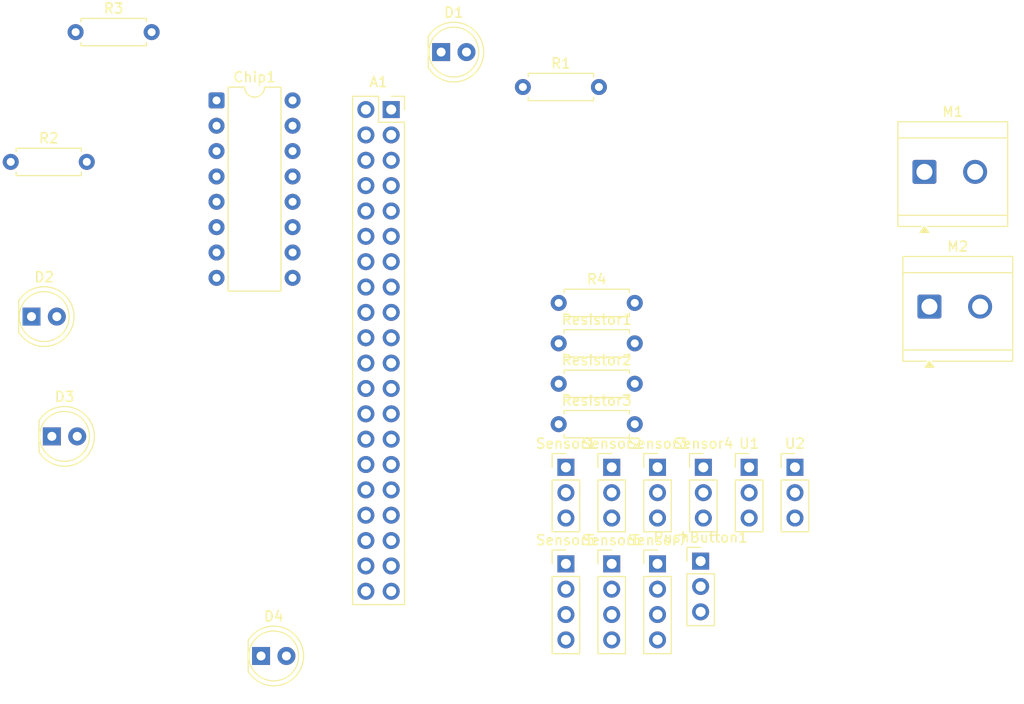
<source format=kicad_pcb>
(kicad_pcb (version 20241229) (generator "pcbnew") (generator_version "9.0")
  (layers (0 "F.Cu" signal) (2 "B.Cu" signal) (13 "F.Paste" user) (15 "B.Paste" user) (5 "F.SilkS" user "F.Silkscreen") (7 "B.SilkS" user "B.Silkscreen") (1 "F.Mask" user) (3 "B.Mask" user) (25 "Edge.Cuts" user))
  (net 0 "")
  (net 9 "Net-(A1-GPIO12)")
  (net 14 "Net-(A1-GPIO19)")
  (net 15 "Net-(Sensor5-GND_Black)")
  (net 16 "Net-(PushButton1-GND)")
  (net 18 "Net-(A1-GPIO13_and_Servo_2_PWM)")
  (net 21 "Net-(A1-GND-Pad3)")
  (net 23 "Net-(A1-GPIO15_and_Servo_1_PWM)")
  (net 24 "Net-(A1-GPIO17)")
  (net 25 "Net-(A1-From_Internal_Supply_3V3)")
  (net 27 "Net-(A1-GPIO9)")
  (net 28 "Net-(A1-Motor_4_12V)")
  (net 29 "Net-(A1-GPIO8)")
  (net 30 "Net-(A1-GPIO18)")
  (net 32 "Net-(A1-GPIO14)")
  (net 33 "Net-(A1-GPIO10)")
  (net 34 "Net-(A1-GPIO11)")
  (net 35 "Net-(A1-GPIO16)")
  (net 36 "Net-(A1-GPIO22)")
  (net 38 "Net-(Chip1-Pad1)")
  (net 39 "Net-(D1-K)")
  (net 40 "Net-(D2-K)")
  (net 41 "Net-(D1-A)")
  (net 42 "Net-(D2-A)")
  (net 43 "Net-(D3-A)")
  (net 44 "Net-(D3-K)")
  (net 45 "Net-(D4-K)")
  (net 46 "Net-(M1--)")
  (net 47 "Net-(M1-+)")
  (net 48 "Net-(Chip1-Pad15)")
  (net 49 "Net-(Chip1-Pad1)_2")
  (net 50 "Net-(Chip1-Pad3)")
  (net 51 "Net-(Chip1-Pad1)_1")
  (net 52 "Net-(Sensor1-GND_Black)")
  (net 53 "Net-(D4-A)")
  (net 54 "Net-(M2--)")
  (net 55 "Net-(M2-+)")
  (net 56 "Net-(PushButton1-Data)")
  (net 57 "Net-(R1-Pad2)")
  (net 58 "Net-(R2-Pad2)")
  (net 59 "Net-(R3-Pad2)")
  (net 60 "Net-(R4-Pad2)")
  (net 61 "Net-(Sensor1-Output_Green)")
  (net 62 "Net-(Sensor2-Output_Green)")
  (net 63 "Net-(Sensor3-Output_Green)")
  (net 64 "Net-(Sensor4-Output_Green)")
  (net 65 "Net-(Sensor5-Clock_Blue)")
  (net 66 "Net-(Sensor5-Data_Green)")
  (net 67 "Net-(U1-GND)")
  (net 68 "Net-(U1-PWM)")
  (net 69 "Net-(U1-Power_VCC)")
  (net 70 "Net-(U2-GND)")
  (net 71 "Net-(U2-PWM)")
  (net 72 "Net-(U2-Power_VCC)")
  (footprint "Resistor_THT:R_Axial_DIN0207_L6.3mm_D2.5mm_P7.62mm_Horizontal" (layer "F.Cu") (at 84.38 60)
    (property "Reference" "R2" (at 3.81 -2.37 0) (layer "F.SilkS"))
    (property "Value" "480")
    (fp_line (start 0.54 -1.37) (end 7.08 -1.37) (stroke (width 0.12)) (layer "F.SilkS"))
    (fp_line (start 0.54 -1.04) (end 0.54 -1.37) (stroke (width 0.12)) (layer "F.SilkS"))
    (fp_line (start 0.54 1.04) (end 0.54 1.37) (stroke (width 0.12)) (layer "F.SilkS"))
    (fp_line (start 0.54 1.37) (end 7.08 1.37) (stroke (width 0.12)) (layer "F.SilkS"))
    (fp_line (start 7.08 -1.37) (end 7.08 -1.04) (stroke (width 0.12)) (layer "F.SilkS"))
    (fp_line (start 7.08 1.37) (end 7.08 1.04) (stroke (width 0.12)) (layer "F.SilkS"))
    (pad "1" thru_hole circle (at 0 0) (size 1.6 1.6) (drill 0.8) (layers "*.Cu" "*.Mask") (net 50 "Net-(Chip1-Pad3)"))
    (pad "2" thru_hole circle (at 7.62 0) (size 1.6 1.6) (drill 0.8) (layers "*.Cu" "*.Mask") (net 58 "Net-(R2-Pad2)"))
  )
  (footprint "Resistor_THT:R_Axial_DIN0207_L6.3mm_D2.5mm_P7.62mm_Horizontal" (layer "F.Cu") (at 135.69 52.5)
    (property "Reference" "R1" (at 3.81 -2.37 0) (layer "F.SilkS"))
    (property "Value" "480")
    (fp_line (start 0.54 -1.37) (end 7.08 -1.37) (stroke (width 0.12)) (layer "F.SilkS"))
    (fp_line (start 0.54 -1.04) (end 0.54 -1.37) (stroke (width 0.12)) (layer "F.SilkS"))
    (fp_line (start 0.54 1.04) (end 0.54 1.37) (stroke (width 0.12)) (layer "F.SilkS"))
    (fp_line (start 0.54 1.37) (end 7.08 1.37) (stroke (width 0.12)) (layer "F.SilkS"))
    (fp_line (start 7.08 -1.37) (end 7.08 -1.04) (stroke (width 0.12)) (layer "F.SilkS"))
    (fp_line (start 7.08 1.37) (end 7.08 1.04) (stroke (width 0.12)) (layer "F.SilkS"))
    (pad "1" thru_hole circle (at 0 0) (size 1.6 1.6) (drill 0.8) (layers "*.Cu" "*.Mask") (net 49 "Net-(Chip1-Pad1)_2"))
    (pad "2" thru_hole circle (at 7.62 0) (size 1.6 1.6) (drill 0.8) (layers "*.Cu" "*.Mask") (net 57 "Net-(R1-Pad2)"))
  )
  (footprint "LED_THT:LED_D5.0mm" (layer "F.Cu") (at 88.5 87.5)
    (property "Reference" "D3" (at 1.27 -3.96 0) (layer "F.SilkS"))
    (property "Value" "Yellow LED")
    (fp_line (start -1.29 -1.545) (end -1.29 1.545) (stroke (width 0.12)) (layer "F.SilkS"))
    (fp_arc (start -1.29 -1.54483) (mid 2.071779 -2.880495) (end 4.26 0) (stroke (width 0.12)) (layer "F.SilkS"))
    (fp_arc (start 4.26 0) (mid 2.071779 2.880495) (end -1.29 1.54483) (stroke (width 0.12)) (layer "F.SilkS"))
    (fp_circle (center 1.27 0) (end 3.77 0) (stroke (width 0.12)) (fill no) (layer "F.SilkS"))
    (pad "1" thru_hole rect (at 0 0) (size 1.8 1.8) (drill 0.9) (layers "*.Cu" "*.Mask") (net 44 "Net-(D3-K)"))
    (pad "2" thru_hole circle (at 2.54 0) (size 1.8 1.8) (drill 0.9) (layers "*.Cu" "*.Mask") (net 43 "Net-(D3-A)"))
  )
  (footprint "Connector_PinHeader_2.54mm:PinHeader_1x04_P2.54mm_Vertical" (layer "F.Cu") (at 144.59 100.27)
    (property "Reference" "Sensor6" (at 0 -2.38 0) (layer "F.SilkS"))
    (property "Value" "TMF8701")
    (fp_line (start -1.38 -1.38) (end 0 -1.38) (stroke (width 0.12)) (layer "F.SilkS"))
    (fp_line (start -1.38 0) (end -1.38 -1.38) (stroke (width 0.12)) (layer "F.SilkS"))
    (fp_line (start -1.38 1.27) (end -1.38 9) (stroke (width 0.12)) (layer "F.SilkS"))
    (fp_line (start -1.38 1.27) (end 1.38 1.27) (stroke (width 0.12)) (layer "F.SilkS"))
    (fp_line (start -1.38 9) (end 1.38 9) (stroke (width 0.12)) (layer "F.SilkS"))
    (fp_line (start 1.38 1.27) (end 1.38 9) (stroke (width 0.12)) (layer "F.SilkS"))
    (pad "1" thru_hole rect (at 0 0) (size 1.7 1.7) (drill 1) (layers "*.Cu" "*.Mask") (net 66 "Net-(Sensor5-Data_Green)"))
    (pad "2" thru_hole circle (at 0 2.54) (size 1.7 1.7) (drill 1) (layers "*.Cu" "*.Mask") (net 65 "Net-(Sensor5-Clock_Blue)"))
    (pad "3" thru_hole circle (at 0 5.08) (size 1.7 1.7) (drill 1) (layers "*.Cu" "*.Mask") (net 15 "Net-(Sensor5-GND_Black)"))
    (pad "4" thru_hole circle (at 0 7.62) (size 1.7 1.7) (drill 1) (layers "*.Cu" "*.Mask") (net 53 "Net-(D4-A)"))
  )
  (footprint "Connector_PinSocket_2.54mm:PinSocket_2x20_P2.54mm_Vertical" (layer "F.Cu") (at 122.5 54.76)
    (property "Reference" "A1" (at -1.27 -2.77 0) (layer "F.SilkS"))
    (property "Value" "PicoBot")
    (fp_line (start -3.87 -1.33) (end -3.87 49.59) (stroke (width 0.12)) (layer "F.SilkS"))
    (fp_line (start -3.87 -1.33) (end -1.27 -1.33) (stroke (width 0.12)) (layer "F.SilkS"))
    (fp_line (start -3.87 49.59) (end 1.33 49.59) (stroke (width 0.12)) (layer "F.SilkS"))
    (fp_line (start -1.27 -1.33) (end -1.27 1.27) (stroke (width 0.12)) (layer "F.SilkS"))
    (fp_line (start -1.27 1.27) (end 1.33 1.27) (stroke (width 0.12)) (layer "F.SilkS"))
    (fp_line (start 0 -1.33) (end 1.33 -1.33) (stroke (width 0.12)) (layer "F.SilkS"))
    (fp_line (start 1.33 -1.33) (end 1.33 0) (stroke (width 0.12)) (layer "F.SilkS"))
    (fp_line (start 1.33 1.27) (end 1.33 49.59) (stroke (width 0.12)) (layer "F.SilkS"))
    (pad "1" thru_hole rect (at 0 0) (size 1.7 1.7) (drill 1) (layers "*.Cu" "*.Mask") (net 18 "Net-(A1-GPIO13_and_Servo_2_PWM)"))
    (pad "2" thru_hole circle (at -2.54 0) (size 1.7 1.7) (drill 1) (layers "*.Cu" "*.Mask") (net 28 "Net-(A1-Motor_4_12V)"))
    (pad "3" thru_hole circle (at 0 2.54) (size 1.7 1.7) (drill 1) (layers "*.Cu" "*.Mask") (net 21 "Net-(A1-GND-Pad3)"))
    (pad "4" thru_hole circle (at -2.54 2.54) (size 1.7 1.7) (drill 1) (layers "*.Cu" "*.Mask"))
    (pad "5" thru_hole circle (at 0 5.08) (size 1.7 1.7) (drill 1) (layers "*.Cu" "*.Mask"))
    (pad "6" thru_hole circle (at -2.54 5.08) (size 1.7 1.7) (drill 1) (layers "*.Cu" "*.Mask"))
    (pad "7" thru_hole circle (at 0 7.62) (size 1.7 1.7) (drill 1) (layers "*.Cu" "*.Mask"))
    (pad "8" thru_hole circle (at -2.54 7.62) (size 1.7 1.7) (drill 1) (layers "*.Cu" "*.Mask") (net 15 "Net-(Sensor5-GND_Black)"))
    (pad "9" thru_hole circle (at 0 10.16) (size 1.7 1.7) (drill 1) (layers "*.Cu" "*.Mask"))
    (pad "10" thru_hole circle (at -2.54 10.16) (size 1.7 1.7) (drill 1) (layers "*.Cu" "*.Mask"))
    (pad "11" thru_hole circle (at 0 12.7) (size 1.7 1.7) (drill 1) (layers "*.Cu" "*.Mask") (net 29 "Net-(A1-GPIO8)"))
    (pad "12" thru_hole circle (at -2.54 12.7) (size 1.7 1.7) (drill 1) (layers "*.Cu" "*.Mask") (net 27 "Net-(A1-GPIO9)"))
    (pad "13" thru_hole circle (at 0 15.24) (size 1.7 1.7) (drill 1) (layers "*.Cu" "*.Mask"))
    (pad "14" thru_hole circle (at -2.54 15.24) (size 1.7 1.7) (drill 1) (layers "*.Cu" "*.Mask") (net 33 "Net-(A1-GPIO10)"))
    (pad "15" thru_hole circle (at 0 17.78) (size 1.7 1.7) (drill 1) (layers "*.Cu" "*.Mask") (net 34 "Net-(A1-GPIO11)"))
    (pad "16" thru_hole circle (at -2.54 17.78) (size 1.7 1.7) (drill 1) (layers "*.Cu" "*.Mask") (net 9 "Net-(A1-GPIO12)"))
    (pad "17" thru_hole circle (at 0 20.32) (size 1.7 1.7) (drill 1) (layers "*.Cu" "*.Mask") (net 18 "Net-(A1-GPIO13_and_Servo_2_PWM)"))
    (pad "18" thru_hole circle (at -2.54 20.32) (size 1.7 1.7) (drill 1) (layers "*.Cu" "*.Mask"))
    (pad "19" thru_hole circle (at 0 22.86) (size 1.7 1.7) (drill 1) (layers "*.Cu" "*.Mask") (net 32 "Net-(A1-GPIO14)"))
    (pad "20" thru_hole circle (at -2.54 22.86) (size 1.7 1.7) (drill 1) (layers "*.Cu" "*.Mask") (net 23 "Net-(A1-GPIO15_and_Servo_1_PWM)"))
    (pad "21" thru_hole circle (at 0 25.4) (size 1.7 1.7) (drill 1) (layers "*.Cu" "*.Mask") (net 35 "Net-(A1-GPIO16)"))
    (pad "22" thru_hole circle (at -2.54 25.4) (size 1.7 1.7) (drill 1) (layers "*.Cu" "*.Mask") (net 24 "Net-(A1-GPIO17)"))
    (pad "23" thru_hole circle (at 0 27.94) (size 1.7 1.7) (drill 1) (layers "*.Cu" "*.Mask"))
    (pad "24" thru_hole circle (at -2.54 27.94) (size 1.7 1.7) (drill 1) (layers "*.Cu" "*.Mask") (net 30 "Net-(A1-GPIO18)"))
    (pad "25" thru_hole circle (at 0 30.48) (size 1.7 1.7) (drill 1) (layers "*.Cu" "*.Mask") (net 14 "Net-(A1-GPIO19)"))
    (pad "26" thru_hole circle (at -2.54 30.48) (size 1.7 1.7) (drill 1) (layers "*.Cu" "*.Mask"))
    (pad "27" thru_hole circle (at 0 33.02) (size 1.7 1.7) (drill 1) (layers "*.Cu" "*.Mask"))
    (pad "28" thru_hole circle (at -2.54 33.02) (size 1.7 1.7) (drill 1) (layers "*.Cu" "*.Mask"))
    (pad "29" thru_hole circle (at 0 35.56) (size 1.7 1.7) (drill 1) (layers "*.Cu" "*.Mask") (net 36 "Net-(A1-GPIO22)"))
    (pad "30" thru_hole circle (at -2.54 35.56) (size 1.7 1.7) (drill 1) (layers "*.Cu" "*.Mask"))
    (pad "31" thru_hole circle (at 0 38.1) (size 1.7 1.7) (drill 1) (layers "*.Cu" "*.Mask"))
    (pad "32" thru_hole circle (at -2.54 38.1) (size 1.7 1.7) (drill 1) (layers "*.Cu" "*.Mask"))
    (pad "33" thru_hole circle (at 0 40.64) (size 1.7 1.7) (drill 1) (layers "*.Cu" "*.Mask"))
    (pad "34" thru_hole circle (at -2.54 40.64) (size 1.7 1.7) (drill 1) (layers "*.Cu" "*.Mask"))
    (pad "35" thru_hole circle (at 0 43.18) (size 1.7 1.7) (drill 1) (layers "*.Cu" "*.Mask"))
    (pad "36" thru_hole circle (at -2.54 43.18) (size 1.7 1.7) (drill 1) (layers "*.Cu" "*.Mask") (net 25 "Net-(A1-From_Internal_Supply_3V3)"))
    (pad "37" thru_hole circle (at 0 45.72) (size 1.7 1.7) (drill 1) (layers "*.Cu" "*.Mask"))
    (pad "38" thru_hole circle (at -2.54 45.72) (size 1.7 1.7) (drill 1) (layers "*.Cu" "*.Mask") (net 16 "Net-(PushButton1-GND)"))
    (pad "39" thru_hole circle (at 0 48.26) (size 1.7 1.7) (drill 1) (layers "*.Cu" "*.Mask"))
    (pad "40" thru_hole circle (at -2.54 48.26) (size 1.7 1.7) (drill 1) (layers "*.Cu" "*.Mask"))
  )
  (footprint "LED_THT:LED_D5.0mm" (layer "F.Cu") (at 109.46 109.5)
    (property "Reference" "D4" (at 1.27 -3.96 0) (layer "F.SilkS"))
    (property "Value" "Blue LED")
    (fp_line (start -1.29 -1.545) (end -1.29 1.545) (stroke (width 0.12)) (layer "F.SilkS"))
    (fp_arc (start -1.29 -1.54483) (mid 2.071779 -2.880495) (end 4.26 0) (stroke (width 0.12)) (layer "F.SilkS"))
    (fp_arc (start 4.26 0) (mid 2.071779 2.880495) (end -1.29 1.54483) (stroke (width 0.12)) (layer "F.SilkS"))
    (fp_circle (center 1.27 0) (end 3.77 0) (stroke (width 0.12)) (fill no) (layer "F.SilkS"))
    (pad "1" thru_hole rect (at 0 0) (size 1.8 1.8) (drill 0.9) (layers "*.Cu" "*.Mask") (net 45 "Net-(D4-K)"))
    (pad "2" thru_hole circle (at 2.54 0) (size 1.8 1.8) (drill 0.9) (layers "*.Cu" "*.Mask") (net 53 "Net-(D4-A)"))
  )
  (footprint "Connector_PinHeader_2.54mm:PinHeader_1x03_P2.54mm_Vertical" (layer "F.Cu") (at 162.95 90.6)
    (property "Reference" "U2" (at 0 -2.38 0) (layer "F.SilkS"))
    (property "Value" "SER0038")
    (fp_line (start -1.38 -1.38) (end 0 -1.38) (stroke (width 0.12)) (layer "F.SilkS"))
    (fp_line (start -1.38 0) (end -1.38 -1.38) (stroke (width 0.12)) (layer "F.SilkS"))
    (fp_line (start -1.38 1.27) (end -1.38 6.46) (stroke (width 0.12)) (layer "F.SilkS"))
    (fp_line (start -1.38 1.27) (end 1.38 1.27) (stroke (width 0.12)) (layer "F.SilkS"))
    (fp_line (start -1.38 6.46) (end 1.38 6.46) (stroke (width 0.12)) (layer "F.SilkS"))
    (fp_line (start 1.38 1.27) (end 1.38 6.46) (stroke (width 0.12)) (layer "F.SilkS"))
    (pad "1" thru_hole rect (at 0 0) (size 1.7 1.7) (drill 1) (layers "*.Cu" "*.Mask") (net 70 "Net-(U2-GND)"))
    (pad "2" thru_hole circle (at 0 2.54) (size 1.7 1.7) (drill 1) (layers "*.Cu" "*.Mask") (net 72 "Net-(U2-Power_VCC)"))
    (pad "3" thru_hole circle (at 0 5.08) (size 1.7 1.7) (drill 1) (layers "*.Cu" "*.Mask") (net 71 "Net-(U2-PWM)"))
  )
  (footprint "Connector_PinHeader_2.54mm:PinHeader_1x03_P2.54mm_Vertical" (layer "F.Cu") (at 149.18 90.6)
    (property "Reference" "Sensor3" (at 0 -2.38 0) (layer "F.SilkS"))
    (property "Value" "SEN0017")
    (fp_line (start -1.38 -1.38) (end 0 -1.38) (stroke (width 0.12)) (layer "F.SilkS"))
    (fp_line (start -1.38 0) (end -1.38 -1.38) (stroke (width 0.12)) (layer "F.SilkS"))
    (fp_line (start -1.38 1.27) (end -1.38 6.46) (stroke (width 0.12)) (layer "F.SilkS"))
    (fp_line (start -1.38 1.27) (end 1.38 1.27) (stroke (width 0.12)) (layer "F.SilkS"))
    (fp_line (start -1.38 6.46) (end 1.38 6.46) (stroke (width 0.12)) (layer "F.SilkS"))
    (fp_line (start 1.38 1.27) (end 1.38 6.46) (stroke (width 0.12)) (layer "F.SilkS"))
    (pad "1" thru_hole rect (at 0 0) (size 1.7 1.7) (drill 1) (layers "*.Cu" "*.Mask") (net 63 "Net-(Sensor3-Output_Green)"))
    (pad "2" thru_hole circle (at 0 2.54) (size 1.7 1.7) (drill 1) (layers "*.Cu" "*.Mask") (net 53 "Net-(D4-A)"))
    (pad "3" thru_hole circle (at 0 5.08) (size 1.7 1.7) (drill 1) (layers "*.Cu" "*.Mask") (net 52 "Net-(Sensor1-GND_Black)"))
  )
  (footprint "Package_DIP:DIP-16_W7.62mm" (layer "F.Cu") (at 105 53.84)
    (property "Reference" "Chip1" (at 3.81 -2.33 0) (layer "F.SilkS"))
    (property "Value" "Optocoupler_ACPL-847-000E")
    (fp_line (start 1.16 -1.33) (end 1.16 19.11) (stroke (width 0.12)) (layer "F.SilkS"))
    (fp_line (start 1.16 19.11) (end 6.46 19.11) (stroke (width 0.12)) (layer "F.SilkS"))
    (fp_line (start 2.81 -1.33) (end 1.16 -1.33) (stroke (width 0.12)) (layer "F.SilkS"))
    (fp_line (start 6.46 -1.33) (end 4.81 -1.33) (stroke (width 0.12)) (layer "F.SilkS"))
    (fp_line (start 6.46 19.11) (end 6.46 -1.33) (stroke (width 0.12)) (layer "F.SilkS"))
    (fp_arc (start 4.81 -1.33) (mid 3.81 -0.33) (end 2.81 -1.33) (stroke (width 0.12)) (layer "F.SilkS"))
    (pad "1" thru_hole roundrect (at 0 0) (size 1.6 1.6) (drill 0.8) (layers "*.Cu" "*.Mask") (roundrect_rratio 0.15625) (net 38 "Net-(Chip1-Pad1)"))
    (pad "2" thru_hole circle (at 0 2.54) (size 1.6 1.6) (drill 0.8) (layers "*.Cu" "*.Mask") (net 48 "Net-(Chip1-Pad15)"))
    (pad "3" thru_hole circle (at 0 5.08) (size 1.6 1.6) (drill 0.8) (layers "*.Cu" "*.Mask") (net 50 "Net-(Chip1-Pad3)"))
    (pad "4" thru_hole circle (at 0 7.62) (size 1.6 1.6) (drill 0.8) (layers "*.Cu" "*.Mask"))
    (pad "5" thru_hole circle (at 0 10.16) (size 1.6 1.6) (drill 0.8) (layers "*.Cu" "*.Mask"))
    (pad "6" thru_hole circle (at 0 12.7) (size 1.6 1.6) (drill 0.8) (layers "*.Cu" "*.Mask"))
    (pad "7" thru_hole circle (at 0 15.24) (size 1.6 1.6) (drill 0.8) (layers "*.Cu" "*.Mask") (net 48 "Net-(Chip1-Pad15)"))
    (pad "8" thru_hole circle (at 0 17.78) (size 1.6 1.6) (drill 0.8) (layers "*.Cu" "*.Mask") (net 40 "Net-(D2-K)"))
    (pad "9" thru_hole circle (at 7.62 17.78) (size 1.6 1.6) (drill 0.8) (layers "*.Cu" "*.Mask"))
    (pad "10" thru_hole circle (at 7.62 15.24) (size 1.6 1.6) (drill 0.8) (layers "*.Cu" "*.Mask"))
    (pad "11" thru_hole circle (at 7.62 12.7) (size 1.6 1.6) (drill 0.8) (layers "*.Cu" "*.Mask"))
    (pad "12" thru_hole circle (at 7.62 10.16) (size 1.6 1.6) (drill 0.8) (layers "*.Cu" "*.Mask"))
    (pad "13" thru_hole circle (at 7.62 7.62) (size 1.6 1.6) (drill 0.8) (layers "*.Cu" "*.Mask"))
    (pad "14" thru_hole circle (at 7.62 5.08) (size 1.6 1.6) (drill 0.8) (layers "*.Cu" "*.Mask"))
    (pad "15" thru_hole circle (at 7.62 2.54) (size 1.6 1.6) (drill 0.8) (layers "*.Cu" "*.Mask") (net 48 "Net-(Chip1-Pad15)"))
    (pad "16" thru_hole circle (at 7.62 0) (size 1.6 1.6) (drill 0.8) (layers "*.Cu" "*.Mask") (net 39 "Net-(D1-K)"))
  )
  (footprint "Connector_PinHeader_2.54mm:PinHeader_1x03_P2.54mm_Vertical" (layer "F.Cu") (at 153.77 90.6)
    (property "Reference" "Sensor4" (at 0 -2.38 0) (layer "F.SilkS"))
    (property "Value" "SEN0017")
    (fp_line (start -1.38 -1.38) (end 0 -1.38) (stroke (width 0.12)) (layer "F.SilkS"))
    (fp_line (start -1.38 0) (end -1.38 -1.38) (stroke (width 0.12)) (layer "F.SilkS"))
    (fp_line (start -1.38 1.27) (end -1.38 6.46) (stroke (width 0.12)) (layer "F.SilkS"))
    (fp_line (start -1.38 1.27) (end 1.38 1.27) (stroke (width 0.12)) (layer "F.SilkS"))
    (fp_line (start -1.38 6.46) (end 1.38 6.46) (stroke (width 0.12)) (layer "F.SilkS"))
    (fp_line (start 1.38 1.27) (end 1.38 6.46) (stroke (width 0.12)) (layer "F.SilkS"))
    (pad "1" thru_hole rect (at 0 0) (size 1.7 1.7) (drill 1) (layers "*.Cu" "*.Mask") (net 64 "Net-(Sensor4-Output_Green)"))
    (pad "2" thru_hole circle (at 0 2.54) (size 1.7 1.7) (drill 1) (layers "*.Cu" "*.Mask") (net 53 "Net-(D4-A)"))
    (pad "3" thru_hole circle (at 0 5.08) (size 1.7 1.7) (drill 1) (layers "*.Cu" "*.Mask") (net 52 "Net-(Sensor1-GND_Black)"))
  )
  (footprint "Connector_PinHeader_2.54mm:PinHeader_1x04_P2.54mm_Vertical" (layer "F.Cu") (at 149.18 100.27)
    (property "Reference" "Sensor7" (at 0 -2.38 0) (layer "F.SilkS"))
    (property "Value" "TMF8701")
    (fp_line (start -1.38 -1.38) (end 0 -1.38) (stroke (width 0.12)) (layer "F.SilkS"))
    (fp_line (start -1.38 0) (end -1.38 -1.38) (stroke (width 0.12)) (layer "F.SilkS"))
    (fp_line (start -1.38 1.27) (end -1.38 9) (stroke (width 0.12)) (layer "F.SilkS"))
    (fp_line (start -1.38 1.27) (end 1.38 1.27) (stroke (width 0.12)) (layer "F.SilkS"))
    (fp_line (start -1.38 9) (end 1.38 9) (stroke (width 0.12)) (layer "F.SilkS"))
    (fp_line (start 1.38 1.27) (end 1.38 9) (stroke (width 0.12)) (layer "F.SilkS"))
    (pad "1" thru_hole rect (at 0 0) (size 1.7 1.7) (drill 1) (layers "*.Cu" "*.Mask") (net 66 "Net-(Sensor5-Data_Green)"))
    (pad "2" thru_hole circle (at 0 2.54) (size 1.7 1.7) (drill 1) (layers "*.Cu" "*.Mask") (net 65 "Net-(Sensor5-Clock_Blue)"))
    (pad "3" thru_hole circle (at 0 5.08) (size 1.7 1.7) (drill 1) (layers "*.Cu" "*.Mask") (net 15 "Net-(Sensor5-GND_Black)"))
    (pad "4" thru_hole circle (at 0 7.62) (size 1.7 1.7) (drill 1) (layers "*.Cu" "*.Mask") (net 53 "Net-(D4-A)"))
  )
  (footprint "TerminalBlock_CUI:TerminalBlock_CUI_TB007-508-02_1x02_P5.08mm_Horizontal" (layer "F.Cu") (at 175.92 61)
    (property "Reference" "M1" (at 2.84 -6.02 0) (layer "F.SilkS"))
    (property "Value" "DC Motor Symbol")
    (fp_line (start -2.66 -5.02) (end 8.34 -5.02) (stroke (width 0.12)) (layer "F.SilkS"))
    (fp_line (start -2.66 -3.4) (end 8.34 -3.4) (stroke (width 0.12)) (layer "F.SilkS"))
    (fp_line (start -2.66 4.35) (end 8.34 4.35) (stroke (width 0.12)) (layer "F.SilkS"))
    (fp_line (start -2.66 5.47) (end -2.66 -5.02) (stroke (width 0.12)) (layer "F.SilkS"))
    (fp_line (start -0.3 5.47) (end -2.66 5.47) (stroke (width 0.12)) (layer "F.SilkS"))
    (fp_line (start 8.34 -5.02) (end 8.34 5.47) (stroke (width 0.12)) (layer "F.SilkS"))
    (fp_line (start 8.34 5.47) (end 0.3 5.47) (stroke (width 0.12)) (layer "F.SilkS"))
    (fp_poly (pts (xy 0 5.47) (xy 0.44 6.08) (xy -0.44 6.08)) (stroke (width 0.12)) (fill yes) (layer "F.SilkS"))
    (pad "1" thru_hole roundrect (at 0 0) (size 2.4 2.4) (drill 1.6) (layers "*.Cu" "*.Mask") (roundrect_rratio 0.104167) (net 47 "Net-(M1-+)"))
    (pad "2" thru_hole circle (at 5.08 0) (size 2.4 2.4) (drill 1.6) (layers "*.Cu" "*.Mask") (net 46 "Net-(M1--)"))
  )
  (footprint "Resistor_THT:R_Axial_DIN0207_L6.3mm_D2.5mm_P7.62mm_Horizontal" (layer "F.Cu") (at 139.28 74.13)
    (property "Reference" "R4" (at 3.81 -2.37 0) (layer "F.SilkS"))
    (property "Value" "480")
    (fp_line (start 0.54 -1.37) (end 7.08 -1.37) (stroke (width 0.12)) (layer "F.SilkS"))
    (fp_line (start 0.54 -1.04) (end 0.54 -1.37) (stroke (width 0.12)) (layer "F.SilkS"))
    (fp_line (start 0.54 1.04) (end 0.54 1.37) (stroke (width 0.12)) (layer "F.SilkS"))
    (fp_line (start 0.54 1.37) (end 7.08 1.37) (stroke (width 0.12)) (layer "F.SilkS"))
    (fp_line (start 7.08 -1.37) (end 7.08 -1.04) (stroke (width 0.12)) (layer "F.SilkS"))
    (fp_line (start 7.08 1.37) (end 7.08 1.04) (stroke (width 0.12)) (layer "F.SilkS"))
    (pad "1" thru_hole circle (at 0 0) (size 1.6 1.6) (drill 0.8) (layers "*.Cu" "*.Mask") (net 51 "Net-(Chip1-Pad1)_1"))
    (pad "2" thru_hole circle (at 7.62 0) (size 1.6 1.6) (drill 0.8) (layers "*.Cu" "*.Mask") (net 60 "Net-(R4-Pad2)"))
  )
  (footprint "LED_THT:LED_D5.0mm" (layer "F.Cu") (at 127.5 49)
    (property "Reference" "D1" (at 1.27 -3.96 0) (layer "F.SilkS"))
    (property "Value" "Green LED")
    (fp_line (start -1.29 -1.545) (end -1.29 1.545) (stroke (width 0.12)) (layer "F.SilkS"))
    (fp_arc (start -1.29 -1.54483) (mid 2.071779 -2.880495) (end 4.26 0) (stroke (width 0.12)) (layer "F.SilkS"))
    (fp_arc (start 4.26 0) (mid 2.071779 2.880495) (end -1.29 1.54483) (stroke (width 0.12)) (layer "F.SilkS"))
    (fp_circle (center 1.27 0) (end 3.77 0) (stroke (width 0.12)) (fill no) (layer "F.SilkS"))
    (pad "1" thru_hole rect (at 0 0) (size 1.8 1.8) (drill 0.9) (layers "*.Cu" "*.Mask") (net 39 "Net-(D1-K)"))
    (pad "2" thru_hole circle (at 2.54 0) (size 1.8 1.8) (drill 0.9) (layers "*.Cu" "*.Mask") (net 41 "Net-(D1-A)"))
  )
  (footprint "LED_THT:LED_D5.0mm" (layer "F.Cu") (at 86.46 75.5)
    (property "Reference" "D2" (at 1.27 -3.96 0) (layer "F.SilkS"))
    (property "Value" "Red LED")
    (fp_line (start -1.29 -1.545) (end -1.29 1.545) (stroke (width 0.12)) (layer "F.SilkS"))
    (fp_arc (start -1.29 -1.54483) (mid 2.071779 -2.880495) (end 4.26 0) (stroke (width 0.12)) (layer "F.SilkS"))
    (fp_arc (start 4.26 0) (mid 2.071779 2.880495) (end -1.29 1.54483) (stroke (width 0.12)) (layer "F.SilkS"))
    (fp_circle (center 1.27 0) (end 3.77 0) (stroke (width 0.12)) (fill no) (layer "F.SilkS"))
    (pad "1" thru_hole rect (at 0 0) (size 1.8 1.8) (drill 0.9) (layers "*.Cu" "*.Mask") (net 40 "Net-(D2-K)"))
    (pad "2" thru_hole circle (at 2.54 0) (size 1.8 1.8) (drill 0.9) (layers "*.Cu" "*.Mask") (net 42 "Net-(D2-A)"))
  )
  (footprint "Connector_PinHeader_2.54mm:PinHeader_1x04_P2.54mm_Vertical" (layer "F.Cu") (at 140 100.27)
    (property "Reference" "Sensor5" (at 0 -2.38 0) (layer "F.SilkS"))
    (property "Value" "TMF8701")
    (fp_line (start -1.38 -1.38) (end 0 -1.38) (stroke (width 0.12)) (layer "F.SilkS"))
    (fp_line (start -1.38 0) (end -1.38 -1.38) (stroke (width 0.12)) (layer "F.SilkS"))
    (fp_line (start -1.38 1.27) (end -1.38 9) (stroke (width 0.12)) (layer "F.SilkS"))
    (fp_line (start -1.38 1.27) (end 1.38 1.27) (stroke (width 0.12)) (layer "F.SilkS"))
    (fp_line (start -1.38 9) (end 1.38 9) (stroke (width 0.12)) (layer "F.SilkS"))
    (fp_line (start 1.38 1.27) (end 1.38 9) (stroke (width 0.12)) (layer "F.SilkS"))
    (pad "1" thru_hole rect (at 0 0) (size 1.7 1.7) (drill 1) (layers "*.Cu" "*.Mask") (net 66 "Net-(Sensor5-Data_Green)"))
    (pad "2" thru_hole circle (at 0 2.54) (size 1.7 1.7) (drill 1) (layers "*.Cu" "*.Mask") (net 65 "Net-(Sensor5-Clock_Blue)"))
    (pad "3" thru_hole circle (at 0 5.08) (size 1.7 1.7) (drill 1) (layers "*.Cu" "*.Mask") (net 15 "Net-(Sensor5-GND_Black)"))
    (pad "4" thru_hole circle (at 0 7.62) (size 1.7 1.7) (drill 1) (layers "*.Cu" "*.Mask") (net 53 "Net-(D4-A)"))
  )
  (footprint "Connector_PinHeader_2.54mm:PinHeader_1x03_P2.54mm_Vertical" (layer "F.Cu") (at 144.59 90.6)
    (property "Reference" "Sensor2" (at 0 -2.38 0) (layer "F.SilkS"))
    (property "Value" "SEN0017")
    (fp_line (start -1.38 -1.38) (end 0 -1.38) (stroke (width 0.12)) (layer "F.SilkS"))
    (fp_line (start -1.38 0) (end -1.38 -1.38) (stroke (width 0.12)) (layer "F.SilkS"))
    (fp_line (start -1.38 1.27) (end -1.38 6.46) (stroke (width 0.12)) (layer "F.SilkS"))
    (fp_line (start -1.38 1.27) (end 1.38 1.27) (stroke (width 0.12)) (layer "F.SilkS"))
    (fp_line (start -1.38 6.46) (end 1.38 6.46) (stroke (width 0.12)) (layer "F.SilkS"))
    (fp_line (start 1.38 1.27) (end 1.38 6.46) (stroke (width 0.12)) (layer "F.SilkS"))
    (pad "1" thru_hole rect (at 0 0) (size 1.7 1.7) (drill 1) (layers "*.Cu" "*.Mask") (net 62 "Net-(Sensor2-Output_Green)"))
    (pad "2" thru_hole circle (at 0 2.54) (size 1.7 1.7) (drill 1) (layers "*.Cu" "*.Mask") (net 53 "Net-(D4-A)"))
    (pad "3" thru_hole circle (at 0 5.08) (size 1.7 1.7) (drill 1) (layers "*.Cu" "*.Mask") (net 52 "Net-(Sensor1-GND_Black)"))
  )
  (footprint "Resistor_THT:R_Axial_DIN0207_L6.3mm_D2.5mm_P7.62mm_Horizontal" (layer "F.Cu") (at 90.88 47)
    (property "Reference" "R3" (at 3.81 -2.37 0) (layer "F.SilkS"))
    (property "Value" "480")
    (fp_line (start 0.54 -1.37) (end 7.08 -1.37) (stroke (width 0.12)) (layer "F.SilkS"))
    (fp_line (start 0.54 -1.04) (end 0.54 -1.37) (stroke (width 0.12)) (layer "F.SilkS"))
    (fp_line (start 0.54 1.04) (end 0.54 1.37) (stroke (width 0.12)) (layer "F.SilkS"))
    (fp_line (start 0.54 1.37) (end 7.08 1.37) (stroke (width 0.12)) (layer "F.SilkS"))
    (fp_line (start 7.08 -1.37) (end 7.08 -1.04) (stroke (width 0.12)) (layer "F.SilkS"))
    (fp_line (start 7.08 1.37) (end 7.08 1.04) (stroke (width 0.12)) (layer "F.SilkS"))
    (pad "1" thru_hole circle (at 0 0) (size 1.6 1.6) (drill 0.8) (layers "*.Cu" "*.Mask") (net 38 "Net-(Chip1-Pad1)"))
    (pad "2" thru_hole circle (at 7.62 0) (size 1.6 1.6) (drill 0.8) (layers "*.Cu" "*.Mask") (net 59 "Net-(R3-Pad2)"))
  )
  (footprint "Resistor_THT:R_Axial_DIN0207_L6.3mm_D2.5mm_P7.62mm_Horizontal" (layer "F.Cu") (at 139.28 82.23)
    (property "Reference" "Resistor2" (at 3.81 -2.37 0) (layer "F.SilkS"))
    (property "Value" "Test")
    (fp_line (start 0.54 -1.37) (end 7.08 -1.37) (stroke (width 0.12)) (layer "F.SilkS"))
    (fp_line (start 0.54 -1.04) (end 0.54 -1.37) (stroke (width 0.12)) (layer "F.SilkS"))
    (fp_line (start 0.54 1.04) (end 0.54 1.37) (stroke (width 0.12)) (layer "F.SilkS"))
    (fp_line (start 0.54 1.37) (end 7.08 1.37) (stroke (width 0.12)) (layer "F.SilkS"))
    (fp_line (start 7.08 -1.37) (end 7.08 -1.04) (stroke (width 0.12)) (layer "F.SilkS"))
    (fp_line (start 7.08 1.37) (end 7.08 1.04) (stroke (width 0.12)) (layer "F.SilkS"))
    (pad "1" thru_hole circle (at 0 0) (size 1.6 1.6) (drill 0.8) (layers "*.Cu" "*.Mask") (net 42 "Net-(D2-A)"))
    (pad "2" thru_hole circle (at 7.62 0) (size 1.6 1.6) (drill 0.8) (layers "*.Cu" "*.Mask") (net 53 "Net-(D4-A)"))
  )
  (footprint "Connector_PinHeader_2.54mm:PinHeader_1x03_P2.54mm_Vertical" (layer "F.Cu") (at 158.36 90.6)
    (property "Reference" "U1" (at 0 -2.38 0) (layer "F.SilkS"))
    (property "Value" "SER0038")
    (fp_line (start -1.38 -1.38) (end 0 -1.38) (stroke (width 0.12)) (layer "F.SilkS"))
    (fp_line (start -1.38 0) (end -1.38 -1.38) (stroke (width 0.12)) (layer "F.SilkS"))
    (fp_line (start -1.38 1.27) (end -1.38 6.46) (stroke (width 0.12)) (layer "F.SilkS"))
    (fp_line (start -1.38 1.27) (end 1.38 1.27) (stroke (width 0.12)) (layer "F.SilkS"))
    (fp_line (start -1.38 6.46) (end 1.38 6.46) (stroke (width 0.12)) (layer "F.SilkS"))
    (fp_line (start 1.38 1.27) (end 1.38 6.46) (stroke (width 0.12)) (layer "F.SilkS"))
    (pad "1" thru_hole rect (at 0 0) (size 1.7 1.7) (drill 1) (layers "*.Cu" "*.Mask") (net 67 "Net-(U1-GND)"))
    (pad "2" thru_hole circle (at 0 2.54) (size 1.7 1.7) (drill 1) (layers "*.Cu" "*.Mask") (net 69 "Net-(U1-Power_VCC)"))
    (pad "3" thru_hole circle (at 0 5.08) (size 1.7 1.7) (drill 1) (layers "*.Cu" "*.Mask") (net 68 "Net-(U1-PWM)"))
  )
  (footprint "Resistor_THT:R_Axial_DIN0207_L6.3mm_D2.5mm_P7.62mm_Horizontal" (layer "F.Cu") (at 139.28 86.28)
    (property "Reference" "Resistor3" (at 3.81 -2.37 0) (layer "F.SilkS"))
    (property "Value" "Test")
    (fp_line (start 0.54 -1.37) (end 7.08 -1.37) (stroke (width 0.12)) (layer "F.SilkS"))
    (fp_line (start 0.54 -1.04) (end 0.54 -1.37) (stroke (width 0.12)) (layer "F.SilkS"))
    (fp_line (start 0.54 1.04) (end 0.54 1.37) (stroke (width 0.12)) (layer "F.SilkS"))
    (fp_line (start 0.54 1.37) (end 7.08 1.37) (stroke (width 0.12)) (layer "F.SilkS"))
    (fp_line (start 7.08 -1.37) (end 7.08 -1.04) (stroke (width 0.12)) (layer "F.SilkS"))
    (fp_line (start 7.08 1.37) (end 7.08 1.04) (stroke (width 0.12)) (layer "F.SilkS"))
    (pad "1" thru_hole circle (at 0 0) (size 1.6 1.6) (drill 0.8) (layers "*.Cu" "*.Mask") (net 43 "Net-(D3-A)"))
    (pad "2" thru_hole circle (at 7.62 0) (size 1.6 1.6) (drill 0.8) (layers "*.Cu" "*.Mask") (net 53 "Net-(D4-A)"))
  )
  (footprint "TerminalBlock_CUI:TerminalBlock_CUI_TB007-508-02_1x02_P5.08mm_Horizontal" (layer "F.Cu") (at 176.42 74.5)
    (property "Reference" "M2" (at 2.84 -6.02 0) (layer "F.SilkS"))
    (property "Value" "DC Motor Symbol")
    (fp_line (start -2.66 -5.02) (end 8.34 -5.02) (stroke (width 0.12)) (layer "F.SilkS"))
    (fp_line (start -2.66 -3.4) (end 8.34 -3.4) (stroke (width 0.12)) (layer "F.SilkS"))
    (fp_line (start -2.66 4.35) (end 8.34 4.35) (stroke (width 0.12)) (layer "F.SilkS"))
    (fp_line (start -2.66 5.47) (end -2.66 -5.02) (stroke (width 0.12)) (layer "F.SilkS"))
    (fp_line (start -0.3 5.47) (end -2.66 5.47) (stroke (width 0.12)) (layer "F.SilkS"))
    (fp_line (start 8.34 -5.02) (end 8.34 5.47) (stroke (width 0.12)) (layer "F.SilkS"))
    (fp_line (start 8.34 5.47) (end 0.3 5.47) (stroke (width 0.12)) (layer "F.SilkS"))
    (fp_poly (pts (xy 0 5.47) (xy 0.44 6.08) (xy -0.44 6.08)) (stroke (width 0.12)) (fill yes) (layer "F.SilkS"))
    (pad "1" thru_hole roundrect (at 0 0) (size 2.4 2.4) (drill 1.6) (layers "*.Cu" "*.Mask") (roundrect_rratio 0.104167) (net 55 "Net-(M2-+)"))
    (pad "2" thru_hole circle (at 5.08 0) (size 2.4 2.4) (drill 1.6) (layers "*.Cu" "*.Mask") (net 54 "Net-(M2--)"))
  )
  (footprint "Connector_PinHeader_2.54mm:PinHeader_1x03_P2.54mm_Vertical" (layer "F.Cu") (at 153.5 100)
    (property "Reference" "PushButton1" (at 0 -2.38 0) (layer "F.SilkS"))
    (property "Value" "~")
    (fp_line (start -1.38 -1.38) (end 0 -1.38) (stroke (width 0.12)) (layer "F.SilkS"))
    (fp_line (start -1.38 0) (end -1.38 -1.38) (stroke (width 0.12)) (layer "F.SilkS"))
    (fp_line (start -1.38 1.27) (end -1.38 6.46) (stroke (width 0.12)) (layer "F.SilkS"))
    (fp_line (start -1.38 1.27) (end 1.38 1.27) (stroke (width 0.12)) (layer "F.SilkS"))
    (fp_line (start -1.38 6.46) (end 1.38 6.46) (stroke (width 0.12)) (layer "F.SilkS"))
    (fp_line (start 1.38 1.27) (end 1.38 6.46) (stroke (width 0.12)) (layer "F.SilkS"))
    (pad "1" thru_hole rect (at 0 0) (size 1.7 1.7) (drill 1) (layers "*.Cu" "*.Mask") (net 56 "Net-(PushButton1-Data)"))
    (pad "2" thru_hole circle (at 0 2.54) (size 1.7 1.7) (drill 1) (layers "*.Cu" "*.Mask") (net 53 "Net-(D4-A)"))
    (pad "3" thru_hole circle (at 0 5.08) (size 1.7 1.7) (drill 1) (layers "*.Cu" "*.Mask") (net 16 "Net-(PushButton1-GND)"))
  )
  (footprint "Connector_PinHeader_2.54mm:PinHeader_1x03_P2.54mm_Vertical" (layer "F.Cu") (at 140 90.6)
    (property "Reference" "Sensor1" (at 0 -2.38 0) (layer "F.SilkS"))
    (property "Value" "SEN0017")
    (fp_line (start -1.38 -1.38) (end 0 -1.38) (stroke (width 0.12)) (layer "F.SilkS"))
    (fp_line (start -1.38 0) (end -1.38 -1.38) (stroke (width 0.12)) (layer "F.SilkS"))
    (fp_line (start -1.38 1.27) (end -1.38 6.46) (stroke (width 0.12)) (layer "F.SilkS"))
    (fp_line (start -1.38 1.27) (end 1.38 1.27) (stroke (width 0.12)) (layer "F.SilkS"))
    (fp_line (start -1.38 6.46) (end 1.38 6.46) (stroke (width 0.12)) (layer "F.SilkS"))
    (fp_line (start 1.38 1.27) (end 1.38 6.46) (stroke (width 0.12)) (layer "F.SilkS"))
    (pad "1" thru_hole rect (at 0 0) (size 1.7 1.7) (drill 1) (layers "*.Cu" "*.Mask") (net 61 "Net-(Sensor1-Output_Green)"))
    (pad "2" thru_hole circle (at 0 2.54) (size 1.7 1.7) (drill 1) (layers "*.Cu" "*.Mask") (net 53 "Net-(D4-A)"))
    (pad "3" thru_hole circle (at 0 5.08) (size 1.7 1.7) (drill 1) (layers "*.Cu" "*.Mask") (net 52 "Net-(Sensor1-GND_Black)"))
  )
  (footprint "Resistor_THT:R_Axial_DIN0207_L6.3mm_D2.5mm_P7.62mm_Horizontal" (layer "F.Cu") (at 139.28 78.18)
    (property "Reference" "Resistor1" (at 3.81 -2.37 0) (layer "F.SilkS"))
    (property "Value" "Test")
    (fp_line (start 0.54 -1.37) (end 7.08 -1.37) (stroke (width 0.12)) (layer "F.SilkS"))
    (fp_line (start 0.54 -1.04) (end 0.54 -1.37) (stroke (width 0.12)) (layer "F.SilkS"))
    (fp_line (start 0.54 1.04) (end 0.54 1.37) (stroke (width 0.12)) (layer "F.SilkS"))
    (fp_line (start 0.54 1.37) (end 7.08 1.37) (stroke (width 0.12)) (layer "F.SilkS"))
    (fp_line (start 7.08 -1.37) (end 7.08 -1.04) (stroke (width 0.12)) (layer "F.SilkS"))
    (fp_line (start 7.08 1.37) (end 7.08 1.04) (stroke (width 0.12)) (layer "F.SilkS"))
    (pad "1" thru_hole circle (at 0 0) (size 1.6 1.6) (drill 0.8) (layers "*.Cu" "*.Mask") (net 41 "Net-(D1-A)"))
    (pad "2" thru_hole circle (at 7.62 0) (size 1.6 1.6) (drill 0.8) (layers "*.Cu" "*.Mask") (net 53 "Net-(D4-A)"))
  )
)
</source>
